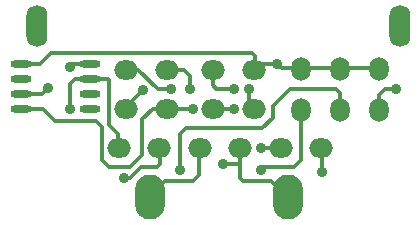
<source format=gbl>
G04 #@! TF.GenerationSoftware,KiCad,Pcbnew,6.0.11-2627ca5db0~126~ubuntu20.04.1*
G04 #@! TF.CreationDate,2023-03-27T19:11:57+02:00*
G04 #@! TF.ProjectId,KA12,4b413132-2e6b-4696-9361-645f70636258,rev?*
G04 #@! TF.SameCoordinates,Original*
G04 #@! TF.FileFunction,Copper,L2,Bot*
G04 #@! TF.FilePolarity,Positive*
%FSLAX46Y46*%
G04 Gerber Fmt 4.6, Leading zero omitted, Abs format (unit mm)*
G04 Created by KiCad (PCBNEW 6.0.11-2627ca5db0~126~ubuntu20.04.1) date 2023-03-27 19:11:57*
%MOMM*%
%LPD*%
G01*
G04 APERTURE LIST*
G04 #@! TA.AperFunction,SMDPad,CuDef*
%ADD10O,2.540000X3.810000*%
G04 #@! TD*
G04 #@! TA.AperFunction,SMDPad,CuDef*
%ADD11O,1.778000X3.556000*%
G04 #@! TD*
G04 #@! TA.AperFunction,SMDPad,CuDef*
%ADD12O,1.778000X0.635000*%
G04 #@! TD*
G04 #@! TA.AperFunction,SMDPad,CuDef*
%ADD13O,2.000000X1.651000*%
G04 #@! TD*
G04 #@! TA.AperFunction,SMDPad,CuDef*
%ADD14O,1.651000X2.000000*%
G04 #@! TD*
G04 #@! TA.AperFunction,ViaPad*
%ADD15C,0.900000*%
G04 #@! TD*
G04 #@! TA.AperFunction,Conductor*
%ADD16C,0.304800*%
G04 #@! TD*
G04 #@! TA.AperFunction,Conductor*
%ADD17C,0.300000*%
G04 #@! TD*
G04 APERTURE END LIST*
D10*
X125984000Y-118110000D03*
D11*
X104775000Y-103632000D03*
X135509000Y-103632000D03*
D10*
X114300000Y-118110000D03*
D12*
X109220000Y-106807000D03*
X109220000Y-108077000D03*
X109220000Y-109347000D03*
X109220000Y-110617000D03*
X103378000Y-110617000D03*
X103378000Y-109347000D03*
X103378000Y-108077000D03*
X103378000Y-106807000D03*
D13*
X115138200Y-113919000D03*
X111683800Y-113919000D03*
X118541800Y-113919000D03*
X121996200Y-113919000D03*
D14*
X133731000Y-110693200D03*
X133731000Y-107238800D03*
X127127000Y-107238800D03*
X127127000Y-110693200D03*
D13*
X125399800Y-113919000D03*
X128854200Y-113919000D03*
D14*
X130429000Y-107238800D03*
X130429000Y-110693200D03*
D13*
X115773200Y-110617000D03*
X112318800Y-110617000D03*
X112318800Y-107315000D03*
X115773200Y-107315000D03*
X119684800Y-107315000D03*
X123139200Y-107315000D03*
X119684800Y-110617000D03*
X123139200Y-110617000D03*
D15*
X121412000Y-110617000D03*
X121412000Y-108966000D03*
X107569000Y-107061000D03*
X107569000Y-110617000D03*
X116840000Y-115824000D03*
X105664000Y-108839000D03*
X128905000Y-115951000D03*
X123698000Y-115824000D03*
X113728500Y-109029500D03*
X125095000Y-106807000D03*
X120523000Y-115316000D03*
X117983000Y-110617000D03*
X135128000Y-108966000D03*
X112141000Y-116459000D03*
X123698000Y-113919000D03*
X122682000Y-108966000D03*
X117729000Y-108966000D03*
X116078000Y-108966000D03*
D16*
X121412000Y-110617000D02*
X119634000Y-110617000D01*
X119634000Y-108648500D02*
X119951500Y-108966000D01*
X119951500Y-108966000D02*
X121412000Y-108966000D01*
X119634000Y-107315000D02*
X119634000Y-108648500D01*
X115570000Y-116713000D02*
X117983000Y-116713000D01*
X117983000Y-116713000D02*
X118491000Y-116205000D01*
X118491000Y-116205000D02*
X118491000Y-113919000D01*
X114300000Y-117983000D02*
X115570000Y-116713000D01*
X107823000Y-106807000D02*
X107569000Y-107061000D01*
X109220000Y-106807000D02*
X107823000Y-106807000D01*
X110871000Y-112014000D02*
X111633000Y-112776000D01*
X111633000Y-112776000D02*
X111633000Y-113919000D01*
X108013500Y-108077000D02*
X107569000Y-108521500D01*
X107569000Y-108521500D02*
X107569000Y-110617000D01*
X110744000Y-108077000D02*
X110871000Y-108204000D01*
X110871000Y-108204000D02*
X110871000Y-112014000D01*
X109220000Y-108077000D02*
X108013500Y-108077000D01*
X109220000Y-108077000D02*
X110744000Y-108077000D01*
X124714000Y-110426500D02*
X124714000Y-111379000D01*
D17*
X105156000Y-109347000D02*
X105664000Y-108839000D01*
D16*
X103632000Y-109347000D02*
X104775000Y-109347000D01*
D17*
X104775000Y-109347000D02*
X105156000Y-109347000D01*
D16*
X130073400Y-108966000D02*
X126174500Y-108966000D01*
X124714000Y-111379000D02*
X123825000Y-112268000D01*
X123825000Y-112268000D02*
X117348000Y-112268000D01*
X117348000Y-112268000D02*
X116840000Y-112776000D01*
X130429000Y-110744000D02*
X130429000Y-109321600D01*
X130429000Y-109321600D02*
X130073400Y-108966000D01*
X126174500Y-108966000D02*
X124714000Y-110426500D01*
X116840000Y-112776000D02*
X116840000Y-115824000D01*
X128905000Y-113919000D02*
X128905000Y-115951000D01*
X127127000Y-114935000D02*
X127127000Y-110744000D01*
X123698000Y-115824000D02*
X123952000Y-115570000D01*
X123952000Y-115570000D02*
X126492000Y-115570000D01*
X126492000Y-115570000D02*
X127127000Y-114935000D01*
X112268000Y-110490000D02*
X113728500Y-109029500D01*
X112268000Y-110617000D02*
X112268000Y-110490000D01*
X125095000Y-106807000D02*
X123698000Y-106807000D01*
X123698000Y-106807000D02*
X123190000Y-107315000D01*
X125476000Y-107188000D02*
X125095000Y-106807000D01*
X105029000Y-106807000D02*
X105918000Y-105918000D01*
X105918000Y-105918000D02*
X122936000Y-105918000D01*
X122936000Y-105918000D02*
X123190000Y-106172000D01*
X123190000Y-106172000D02*
X123190000Y-107315000D01*
X127127000Y-107188000D02*
X125476000Y-107188000D01*
X130429000Y-107188000D02*
X127127000Y-107188000D01*
X133731000Y-107188000D02*
X130429000Y-107188000D01*
X103632000Y-106807000D02*
X105029000Y-106807000D01*
X114554000Y-110617000D02*
X113665000Y-111506000D01*
X113665000Y-114554000D02*
X112649000Y-115570000D01*
X112649000Y-115570000D02*
X110871000Y-115570000D01*
X110871000Y-115570000D02*
X110236000Y-114935000D01*
X110236000Y-114935000D02*
X110236000Y-112141000D01*
X110236000Y-112141000D02*
X109728000Y-111633000D01*
X109728000Y-111633000D02*
X106299000Y-111633000D01*
X106299000Y-111633000D02*
X105283000Y-110617000D01*
X105283000Y-110617000D02*
X103632000Y-110617000D01*
X113665000Y-111506000D02*
X113665000Y-114554000D01*
X115824000Y-110617000D02*
X117983000Y-110617000D01*
D17*
X133731000Y-110693200D02*
X133731000Y-109474000D01*
X121983500Y-116522500D02*
X122174000Y-116713000D01*
X121983500Y-115316000D02*
X121996200Y-115303300D01*
X124587000Y-116713000D02*
X125984000Y-118110000D01*
X120523000Y-115316000D02*
X121983500Y-115316000D01*
X122174000Y-116713000D02*
X124587000Y-116713000D01*
X121983500Y-115316000D02*
X121983500Y-116522500D01*
X121996200Y-115303300D02*
X121996200Y-113919000D01*
D16*
X115824000Y-110617000D02*
X114554000Y-110617000D01*
D17*
X133731000Y-109474000D02*
X134239000Y-108966000D01*
X134239000Y-108966000D02*
X135128000Y-108966000D01*
D16*
X113538000Y-115570000D02*
X114935000Y-115570000D01*
X114935000Y-115570000D02*
X115189000Y-115316000D01*
X115189000Y-113919000D02*
X115189000Y-115316000D01*
X112649000Y-116459000D02*
X112141000Y-116459000D01*
X113538000Y-115570000D02*
X112649000Y-116459000D01*
X123698000Y-113919000D02*
X125349000Y-113919000D01*
X122682000Y-108966000D02*
X122682000Y-110109000D01*
X122682000Y-110109000D02*
X123190000Y-110617000D01*
X117729000Y-108966000D02*
X117729000Y-107823000D01*
X117729000Y-107823000D02*
X117221000Y-107315000D01*
X117221000Y-107315000D02*
X115824000Y-107315000D01*
X116078000Y-108966000D02*
X114998500Y-108966000D01*
X114998500Y-108966000D02*
X113347500Y-107315000D01*
X113347500Y-107315000D02*
X112268000Y-107315000D01*
M02*

</source>
